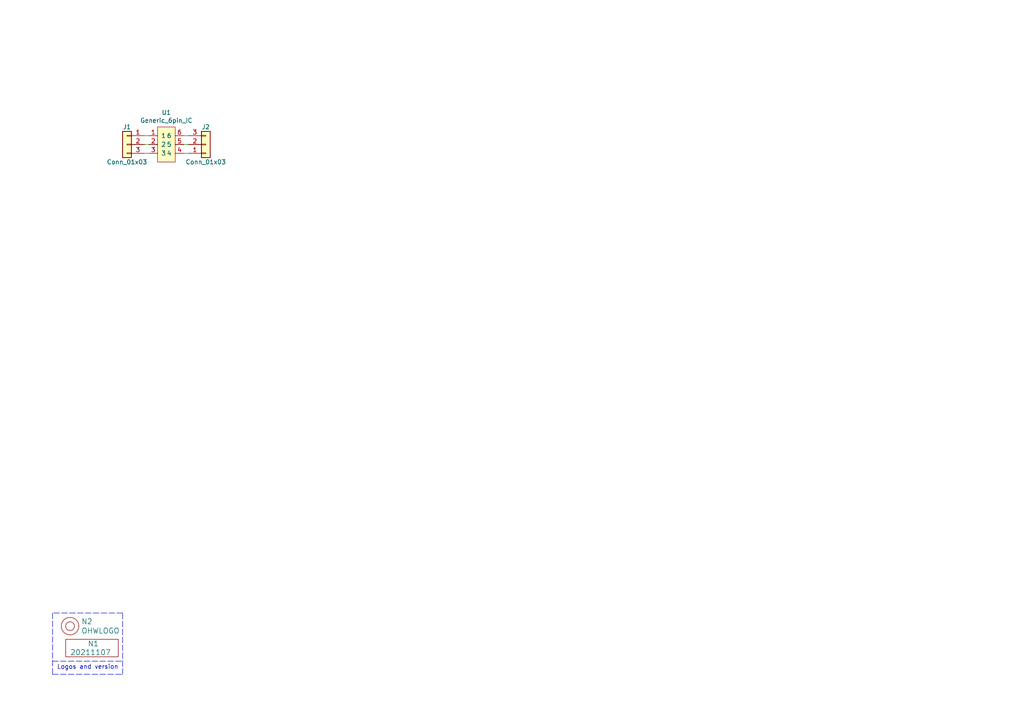
<source format=kicad_sch>
(kicad_sch (version 20230121) (generator eeschema)
  (paper "A4")
  (lib_symbols
    (symbol "Connector_Generic:Conn_01x03" (pin_names (offset 1.016) hide)
      (property "Reference" "J" (at 0 5.08 0))
      (property "Value" "Conn_01x03" (at 0 -5.08 0))
      (symbol "Conn_01x03_1_1"
        (rectangle (start -1.27 -2.413) (end 0 -2.667) (stroke (width 0.1524)))
        (rectangle (start -1.27 0.127) (end 0 -0.127) (stroke (width 0.1524)))
        (rectangle (start -1.27 2.667) (end 0 2.413) (stroke (width 0.1524)))
        (rectangle (start -1.27 3.81) (end 1.27 -3.81) (stroke (width 0.254)) (fill (type background)))
        (pin passive line (at -5.08 2.54 0) (length 3.81) (name "Pin_1") (number "1"))
        (pin passive line (at -5.08 0 0) (length 3.81) (name "Pin_2") (number "2"))
        (pin passive line (at -5.08 -2.54 0) (length 3.81) (name "Pin_3") (number "3"))
      )
    )
    (symbol "SquantorDevice:Generic_6pin_IC" (pin_names (offset 1.016))
      (property "Reference" "U" (at 0 6.35 0))
      (property "Value" "SquantorDevice_Generic_6pin_IC" (at 0 -6.35 0))
      (symbol "Generic_6pin_IC_0_1"
        (rectangle (start -2.54 5.08) (end 2.54 -5.08) (fill (type background)))
      )
      (symbol "Generic_6pin_IC_1_1"
        (pin passive line (at -5.08 2.54 0) (length 2.54) (name "1") (number "1"))
        (pin passive line (at -5.08 0 0) (length 2.54) (name "2") (number "2"))
        (pin passive line (at -5.08 -2.54 0) (length 2.54) (name "3") (number "3"))
        (pin passive line (at 5.08 -2.54 180) (length 2.54) (name "4") (number "4"))
        (pin passive line (at 5.08 0 180) (length 2.54) (name "5") (number "5"))
        (pin passive line (at 5.08 2.54 180) (length 2.54) (name "6") (number "6"))
      )
    )
    (symbol "SquantorLabels:OHWLOGO" (pin_names (offset 1.016))
      (property "Reference" "N" (at 0 3.81 0))
      (property "Value" "SquantorLabels_OHWLOGO" (at 0 -3.81 0))
      (symbol "OHWLOGO_0_1"
        (circle (center 0 0) (radius 1.27))
        (circle (center 0 0) (radius 2.54))
      )
    )
    (symbol "SquantorLabels:VYYYYMMDD" (pin_names (offset 1.016))
      (property "Reference" "N" (at 0 2.54 0))
      (property "Value" "SquantorLabels_VYYYYMMDD" (at 0 0 0))
      (symbol "VYYYYMMDD_0_1"
        (rectangle (start 7.62 -1.27) (end -7.62 3.81))
      )
    )
  )
  (polyline (pts (xy 15.24 191.77) (xy 35.56 191.77)) (stroke (width 0) (type dash)))
  (polyline (pts (xy 15.24 195.58) (xy 35.56 195.58)) (stroke (width 0) (type dash)))
  (wire (pts (xy 54.61 41.91) (xy 53.34 41.91)))
  (polyline (pts (xy 35.56 177.8) (xy 15.24 177.8)) (stroke (width 0) (type dash)))
  (wire (pts (xy 53.34 44.45) (xy 54.61 44.45)))
  (polyline (pts (xy 35.56 195.58) (xy 35.56 177.8)) (stroke (width 0) (type dash)))
  (wire (pts (xy 43.18 44.45) (xy 41.91 44.45)))
  (wire (pts (xy 43.18 39.37) (xy 41.91 39.37)))
  (wire (pts (xy 53.34 39.37) (xy 54.61 39.37)))
  (wire (pts (xy 41.91 41.91) (xy 43.18 41.91)))
  (polyline (pts (xy 15.24 177.8) (xy 15.24 195.58)) (stroke (width 0) (type dash)))
  (text "Logos and version" (at 16.51 194.31 0) (effects (font (size 1.27 1.27)) (justify left bottom)))
  (symbol (lib_id "SquantorLabels:VYYYYMMDD") (at 26.67 189.23 0) (unit 1)
    (property "Reference" "N1" (at 25.4 186.69 0) (effects (font (size 1.524 1.524)) (justify left)))
    (property "Value" "20211107" (at 20.32 189.23 0) (effects (font (size 1.524 1.524)) (justify left)))
    (property "Footprint" "SquantorLabels:Label_Generic" (effects hide))
  )
  (symbol (lib_id "SquantorLabels:OHWLOGO") (at 20.32 181.61 0) (unit 1)
    (property "Reference" "N2" (at 23.5712 180.2638 0) (effects (font (size 1.524 1.524)) (justify left)))
    (property "Value" "OHWLOGO" (at 23.5712 182.9562 0) (effects (font (size 1.524 1.524)) (justify left)))
    (property "Footprint" "Symbol:OSHW-Symbol_6.7x6mm_SilkScreen" (effects hide))
  )
  (symbol (lib_id "Connector_Generic:Conn_01x03") (at 36.83 41.91 0) (mirror y) (unit 1)
    (property "Reference" "J1" (at 36.83 36.83 0))
    (property "Value" "Conn_01x03" (at 36.83 46.99 0))
    (property "Footprint" "SquantorConnectors:Header-0254-1X03-H010" (effects hide))
  )
  (symbol (lib_id "Connector_Generic:Conn_01x03") (at 59.69 41.91 0) (mirror x) (unit 1)
    (property "Reference" "J2" (at 59.69 36.83 0))
    (property "Value" "Conn_01x03" (at 59.69 46.99 0))
    (property "Footprint" "SquantorConnectors:Header-0254-1X03-H010" (effects hide))
  )
  (symbol (lib_id "SquantorDevice:Generic_6pin_IC") (at 48.26 41.91 0) (unit 1)
    (property "Reference" "U1" (at 48.26 32.639 0))
    (property "Value" "Generic_6pin_IC" (at 48.26 34.9504 0))
    (property "Footprint" "SquantorIC:SOT363-NXP-hand" (effects hide))
  )
)
</source>
